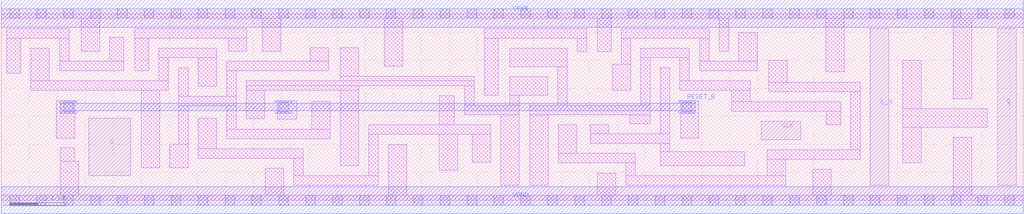
<source format=lef>
# Copyright 2020 The SkyWater PDK Authors
#
# Licensed under the Apache License, Version 2.0 (the "License");
# you may not use this file except in compliance with the License.
# You may obtain a copy of the License at
#
#     https://www.apache.org/licenses/LICENSE-2.0
#
# Unless required by applicable law or agreed to in writing, software
# distributed under the License is distributed on an "AS IS" BASIS,
# WITHOUT WARRANTIES OR CONDITIONS OF ANY KIND, either express or implied.
# See the License for the specific language governing permissions and
# limitations under the License.
#
# SPDX-License-Identifier: Apache-2.0

VERSION 5.7 ;
  NAMESCASESENSITIVE ON ;
  NOWIREEXTENSIONATPIN ON ;
  DIVIDERCHAR "/" ;
  BUSBITCHARS "[]" ;
UNITS
  DATABASE MICRONS 200 ;
END UNITS
MACRO sky130_fd_sc_lp__dfrbp_lp
  CLASS CORE ;
  SOURCE USER ;
  FOREIGN sky130_fd_sc_lp__dfrbp_lp ;
  ORIGIN  0.000000  0.000000 ;
  SIZE  18.24000 BY  3.330000 ;
  SYMMETRY R90 ;
  SITE unit ;
  PIN D
    ANTENNAGATEAREA  0.189000 ;
    DIRECTION INPUT ;
    USE SIGNAL ;
    PORT
      LAYER li1 ;
        RECT 1.565000 0.440000 2.315000 1.460000 ;
    END
  END D
  PIN Q
    ANTENNADIFFAREA  0.598500 ;
    DIRECTION OUTPUT ;
    USE SIGNAL ;
    PORT
      LAYER li1 ;
        RECT 17.785000 0.265000 18.115000 3.065000 ;
    END
  END Q
  PIN Q_N
    ANTENNADIFFAREA  0.598500 ;
    DIRECTION OUTPUT ;
    USE SIGNAL ;
    PORT
      LAYER li1 ;
        RECT 15.515000 0.265000 15.845000 3.065000 ;
    END
  END Q_N
  PIN RESET_B
    ANTENNAGATEAREA  0.567000 ;
    DIRECTION INPUT ;
    USE SIGNAL ;
    PORT
      LAYER met1 ;
        RECT  1.055000 1.550000  1.345000 1.595000 ;
        RECT  1.055000 1.595000 12.385000 1.735000 ;
        RECT  1.055000 1.735000  1.345000 1.780000 ;
        RECT  4.895000 1.550000  5.185000 1.595000 ;
        RECT  4.895000 1.735000  5.185000 1.780000 ;
        RECT 12.095000 1.550000 12.385000 1.595000 ;
        RECT 12.095000 1.735000 12.385000 1.780000 ;
    END
  END RESET_B
  PIN CLK
    ANTENNAGATEAREA  0.318000 ;
    DIRECTION INPUT ;
    USE CLOCK ;
    PORT
      LAYER li1 ;
        RECT 13.565000 1.080000 14.275000 1.410000 ;
    END
  END CLK
  PIN VGND
    DIRECTION INOUT ;
    USE GROUND ;
    PORT
      LAYER met1 ;
        RECT 0.000000 -0.245000 18.240000 0.245000 ;
    END
  END VGND
  PIN VPWR
    DIRECTION INOUT ;
    USE POWER ;
    PORT
      LAYER met1 ;
        RECT 0.000000 3.085000 18.240000 3.575000 ;
    END
  END VPWR
  OBS
    LAYER li1 ;
      RECT  0.000000 -0.085000 18.240000 0.085000 ;
      RECT  0.000000  3.245000 18.240000 3.415000 ;
      RECT  0.100000  2.265000  0.350000 2.895000 ;
      RECT  0.100000  2.895000  1.210000 3.065000 ;
      RECT  0.530000  1.960000  2.985000 2.130000 ;
      RECT  0.530000  2.130000  0.860000 2.715000 ;
      RECT  0.985000  1.110000  1.315000 1.780000 ;
      RECT  1.040000  2.310000  2.185000 2.480000 ;
      RECT  1.040000  2.480000  1.210000 2.895000 ;
      RECT  1.055000  0.085000  1.385000 0.700000 ;
      RECT  1.055000  0.700000  1.315000 0.940000 ;
      RECT  1.425000  2.660000  1.755000 3.245000 ;
      RECT  1.935000  2.480000  2.185000 2.910000 ;
      RECT  2.385000  2.310000  2.635000 2.895000 ;
      RECT  2.385000  2.895000  4.385000 3.065000 ;
      RECT  2.495000  0.580000  2.825000 1.960000 ;
      RECT  2.815000  2.130000  2.985000 2.545000 ;
      RECT  2.815000  2.545000  3.845000 2.715000 ;
      RECT  3.005000  0.580000  3.335000 1.000000 ;
      RECT  3.165000  1.000000  3.335000 1.685000 ;
      RECT  3.165000  1.685000  4.195000 1.855000 ;
      RECT  3.165000  1.855000  3.335000 2.365000 ;
      RECT  3.515000  0.750000  5.395000 0.920000 ;
      RECT  3.515000  0.920000  3.845000 1.460000 ;
      RECT  3.515000  2.035000  3.845000 2.545000 ;
      RECT  4.025000  1.100000  5.870000 1.270000 ;
      RECT  4.025000  1.270000  4.195000 1.685000 ;
      RECT  4.025000  1.855000  4.195000 2.310000 ;
      RECT  4.025000  2.310000  5.850000 2.480000 ;
      RECT  4.055000  2.660000  4.385000 2.895000 ;
      RECT  4.375000  1.455000  4.705000 1.960000 ;
      RECT  4.375000  1.960000  6.380000 2.045000 ;
      RECT  4.375000  2.045000  8.440000 2.130000 ;
      RECT  4.660000  2.660000  4.990000 3.245000 ;
      RECT  4.715000  0.085000  5.045000 0.570000 ;
      RECT  4.925000  1.450000  5.275000 1.780000 ;
      RECT  5.225000  0.265000  6.730000 0.435000 ;
      RECT  5.225000  0.435000  5.395000 0.750000 ;
      RECT  5.520000  2.480000  5.850000 2.725000 ;
      RECT  5.540000  1.270000  5.870000 1.770000 ;
      RECT  6.050000  0.615000  6.380000 1.960000 ;
      RECT  6.050000  2.130000  8.440000 2.215000 ;
      RECT  6.050000  2.215000  6.380000 2.725000 ;
      RECT  6.560000  0.435000  6.730000 1.175000 ;
      RECT  6.560000  1.175000  8.740000 1.345000 ;
      RECT  6.840000  2.395000  7.170000 3.245000 ;
      RECT  6.910000  0.085000  7.240000 0.995000 ;
      RECT  7.815000  0.535000  8.145000 1.175000 ;
      RECT  7.815000  1.345000  8.090000 1.865000 ;
      RECT  8.270000  1.525000  9.250000 1.695000 ;
      RECT  8.270000  1.695000  8.440000 2.045000 ;
      RECT  8.410000  0.675000  8.740000 1.175000 ;
      RECT  8.620000  1.875000  8.870000 2.895000 ;
      RECT  8.620000  2.895000 10.455000 3.065000 ;
      RECT  8.920000  0.265000  9.250000 1.525000 ;
      RECT  9.075000  2.385000 10.105000 2.715000 ;
      RECT  9.080000  1.695000  9.250000 1.875000 ;
      RECT  9.080000  1.875000  9.755000 2.205000 ;
      RECT  9.430000  0.265000  9.760000 1.525000 ;
      RECT  9.430000  1.525000 11.585000 1.695000 ;
      RECT  9.935000  1.695000 10.105000 2.385000 ;
      RECT  9.940000  0.665000 11.315000 0.835000 ;
      RECT  9.940000  0.835000 10.270000 1.345000 ;
      RECT 10.285000  2.655000 10.455000 2.895000 ;
      RECT 10.510000  1.015000 11.935000 1.185000 ;
      RECT 10.510000  1.185000 10.840000 1.345000 ;
      RECT 10.635000  0.085000 10.965000 0.485000 ;
      RECT 10.635000  2.655000 10.885000 3.245000 ;
      RECT 10.905000  1.965000 11.235000 2.425000 ;
      RECT 11.065000  2.425000 11.235000 2.895000 ;
      RECT 11.065000  2.895000 12.635000 3.065000 ;
      RECT 11.145000  0.265000 14.000000 0.435000 ;
      RECT 11.145000  0.435000 11.315000 0.665000 ;
      RECT 11.215000  1.365000 11.585000 1.525000 ;
      RECT 11.415000  1.695000 11.585000 2.545000 ;
      RECT 11.415000  2.545000 12.285000 2.715000 ;
      RECT 11.765000  0.615000 13.275000 0.865000 ;
      RECT 11.765000  0.865000 11.935000 1.015000 ;
      RECT 11.765000  1.185000 11.935000 2.365000 ;
      RECT 12.115000  1.960000 13.370000 2.130000 ;
      RECT 12.115000  2.130000 12.285000 2.545000 ;
      RECT 12.125000  1.110000 12.455000 1.780000 ;
      RECT 12.465000  2.310000 13.495000 2.480000 ;
      RECT 12.465000  2.480000 12.635000 2.895000 ;
      RECT 12.815000  2.660000 12.985000 3.245000 ;
      RECT 13.040000  1.590000 14.985000 1.760000 ;
      RECT 13.040000  1.760000 13.370000 1.960000 ;
      RECT 13.165000  2.480000 13.495000 2.990000 ;
      RECT 13.670000  0.435000 14.000000 0.730000 ;
      RECT 13.670000  0.730000 15.335000 0.900000 ;
      RECT 13.700000  1.940000 15.335000 2.110000 ;
      RECT 13.700000  2.110000 14.030000 2.495000 ;
      RECT 14.490000  0.085000 14.820000 0.550000 ;
      RECT 14.715000  2.290000 15.045000 3.245000 ;
      RECT 14.725000  1.345000 14.985000 1.590000 ;
      RECT 15.165000  0.900000 15.335000 1.940000 ;
      RECT 16.090000  0.665000 16.420000 1.305000 ;
      RECT 16.090000  1.305000 17.605000 1.635000 ;
      RECT 16.090000  1.635000 16.420000 2.495000 ;
      RECT 16.995000  0.085000 17.325000 1.125000 ;
      RECT 16.995000  1.815000 17.325000 3.245000 ;
    LAYER mcon ;
      RECT  0.155000 -0.085000  0.325000 0.085000 ;
      RECT  0.155000  3.245000  0.325000 3.415000 ;
      RECT  0.635000 -0.085000  0.805000 0.085000 ;
      RECT  0.635000  3.245000  0.805000 3.415000 ;
      RECT  1.115000 -0.085000  1.285000 0.085000 ;
      RECT  1.115000  1.580000  1.285000 1.750000 ;
      RECT  1.115000  3.245000  1.285000 3.415000 ;
      RECT  1.595000 -0.085000  1.765000 0.085000 ;
      RECT  1.595000  3.245000  1.765000 3.415000 ;
      RECT  2.075000 -0.085000  2.245000 0.085000 ;
      RECT  2.075000  3.245000  2.245000 3.415000 ;
      RECT  2.555000 -0.085000  2.725000 0.085000 ;
      RECT  2.555000  3.245000  2.725000 3.415000 ;
      RECT  3.035000 -0.085000  3.205000 0.085000 ;
      RECT  3.035000  3.245000  3.205000 3.415000 ;
      RECT  3.515000 -0.085000  3.685000 0.085000 ;
      RECT  3.515000  3.245000  3.685000 3.415000 ;
      RECT  3.995000 -0.085000  4.165000 0.085000 ;
      RECT  3.995000  3.245000  4.165000 3.415000 ;
      RECT  4.475000 -0.085000  4.645000 0.085000 ;
      RECT  4.475000  3.245000  4.645000 3.415000 ;
      RECT  4.955000 -0.085000  5.125000 0.085000 ;
      RECT  4.955000  1.580000  5.125000 1.750000 ;
      RECT  4.955000  3.245000  5.125000 3.415000 ;
      RECT  5.435000 -0.085000  5.605000 0.085000 ;
      RECT  5.435000  3.245000  5.605000 3.415000 ;
      RECT  5.915000 -0.085000  6.085000 0.085000 ;
      RECT  5.915000  3.245000  6.085000 3.415000 ;
      RECT  6.395000 -0.085000  6.565000 0.085000 ;
      RECT  6.395000  3.245000  6.565000 3.415000 ;
      RECT  6.875000 -0.085000  7.045000 0.085000 ;
      RECT  6.875000  3.245000  7.045000 3.415000 ;
      RECT  7.355000 -0.085000  7.525000 0.085000 ;
      RECT  7.355000  3.245000  7.525000 3.415000 ;
      RECT  7.835000 -0.085000  8.005000 0.085000 ;
      RECT  7.835000  3.245000  8.005000 3.415000 ;
      RECT  8.315000 -0.085000  8.485000 0.085000 ;
      RECT  8.315000  3.245000  8.485000 3.415000 ;
      RECT  8.795000 -0.085000  8.965000 0.085000 ;
      RECT  8.795000  3.245000  8.965000 3.415000 ;
      RECT  9.275000 -0.085000  9.445000 0.085000 ;
      RECT  9.275000  3.245000  9.445000 3.415000 ;
      RECT  9.755000 -0.085000  9.925000 0.085000 ;
      RECT  9.755000  3.245000  9.925000 3.415000 ;
      RECT 10.235000 -0.085000 10.405000 0.085000 ;
      RECT 10.235000  3.245000 10.405000 3.415000 ;
      RECT 10.715000 -0.085000 10.885000 0.085000 ;
      RECT 10.715000  3.245000 10.885000 3.415000 ;
      RECT 11.195000 -0.085000 11.365000 0.085000 ;
      RECT 11.195000  3.245000 11.365000 3.415000 ;
      RECT 11.675000 -0.085000 11.845000 0.085000 ;
      RECT 11.675000  3.245000 11.845000 3.415000 ;
      RECT 12.155000 -0.085000 12.325000 0.085000 ;
      RECT 12.155000  1.580000 12.325000 1.750000 ;
      RECT 12.155000  3.245000 12.325000 3.415000 ;
      RECT 12.635000 -0.085000 12.805000 0.085000 ;
      RECT 12.635000  3.245000 12.805000 3.415000 ;
      RECT 13.115000 -0.085000 13.285000 0.085000 ;
      RECT 13.115000  3.245000 13.285000 3.415000 ;
      RECT 13.595000 -0.085000 13.765000 0.085000 ;
      RECT 13.595000  3.245000 13.765000 3.415000 ;
      RECT 14.075000 -0.085000 14.245000 0.085000 ;
      RECT 14.075000  3.245000 14.245000 3.415000 ;
      RECT 14.555000 -0.085000 14.725000 0.085000 ;
      RECT 14.555000  3.245000 14.725000 3.415000 ;
      RECT 15.035000 -0.085000 15.205000 0.085000 ;
      RECT 15.035000  3.245000 15.205000 3.415000 ;
      RECT 15.515000 -0.085000 15.685000 0.085000 ;
      RECT 15.515000  3.245000 15.685000 3.415000 ;
      RECT 15.995000 -0.085000 16.165000 0.085000 ;
      RECT 15.995000  3.245000 16.165000 3.415000 ;
      RECT 16.475000 -0.085000 16.645000 0.085000 ;
      RECT 16.475000  3.245000 16.645000 3.415000 ;
      RECT 16.955000 -0.085000 17.125000 0.085000 ;
      RECT 16.955000  3.245000 17.125000 3.415000 ;
      RECT 17.435000 -0.085000 17.605000 0.085000 ;
      RECT 17.435000  3.245000 17.605000 3.415000 ;
      RECT 17.915000 -0.085000 18.085000 0.085000 ;
      RECT 17.915000  3.245000 18.085000 3.415000 ;
  END
END sky130_fd_sc_lp__dfrbp_lp

</source>
